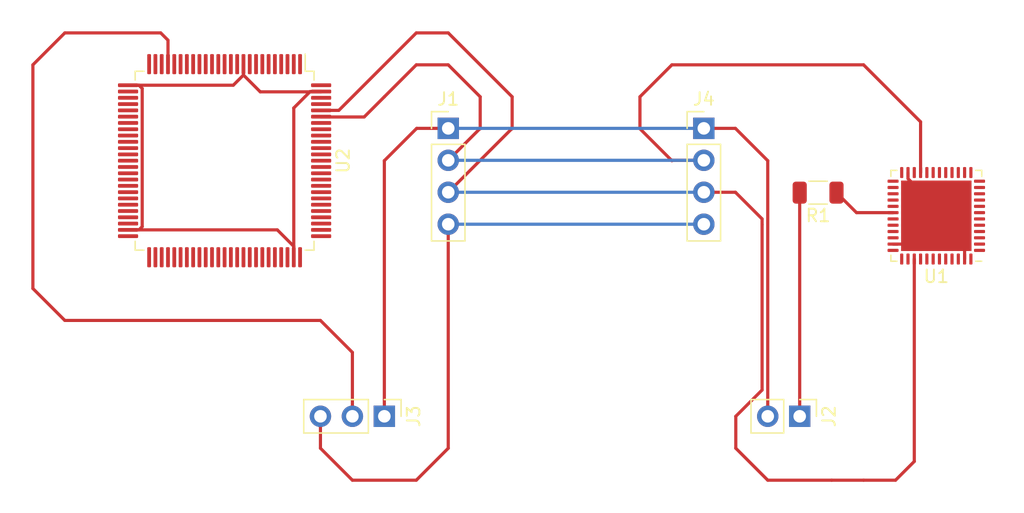
<source format=kicad_pcb>
(kicad_pcb (version 20221018) (generator pcbnew)
  (layers (0 "F.Cu" signal) (31 "B.Cu" signal) (34 "B.Paste" user) (35 "F.Paste" user) (36 "B.SilkS" user "B.Silkscreen") (37 "F.SilkS" user "F.Silkscreen") (38 "B.Mask" user) (39 "F.Mask" user) (44 "Edge.Cuts" user))
  (net 0 "")
  (net 1 "GND")
  (net 2 "/SCL")
  (net 3 "/SDA")
  (net 4 "+5V")
  (net 5 "Net-(J2-Pin_1)")
  (net 6 "/SIGNAL")
  (net 7 "Net-(U1-PA9)")
  (net 29 "unconnected-(U1-VSS-Pad23)")
  (net 59 "unconnected-(U2-VSS-Pad10)")
  (footprint "Connector_PinHeader_2.54mm:PinHeader_1x03_P2.54mm_Vertical" (layer "F.Cu") (at 132.08 91.44 -90)
    (fp_text reference "J3" (at 0 -2.33 90) (layer "F.SilkS"))
    (fp_text value "Conn_01x03")
    (fp_line (start -1.33 -1.33) (end 0 -1.33) (stroke (width 0.12)) (layer "F.SilkS"))
    (fp_line (start -1.33 0) (end -1.33 -1.33) (stroke (width 0.12)) (layer "F.SilkS"))
    (fp_line (start -1.33 1.27) (end -1.33 6.41) (stroke (width 0.12)) (layer "F.SilkS"))
    (fp_line (start -1.33 1.27) (end 1.33 1.27) (stroke (width 0.12)) (layer "F.SilkS"))
    (fp_line (start -1.33 6.41) (end 1.33 6.41) (stroke (width 0.12)) (layer "F.SilkS"))
    (fp_line (start 1.33 1.27) (end 1.33 6.41) (stroke (width 0.12)) (layer "F.SilkS"))
    (pad "1" thru_hole rect (at 0 0 270) (size 1.7 1.7) (drill 1) (layers "*.Cu" "*.Mask") (net 1 "GND"))
    (pad "2" thru_hole oval (at 0 2.54 270) (size 1.7 1.7) (drill 1) (layers "*.Cu" "*.Mask") (net 6 "/SIGNAL"))
    (pad "3" thru_hole oval (at 0 5.08 270) (size 1.7 1.7) (drill 1) (layers "*.Cu" "*.Mask") (net 4 "+5V"))
  )
  (footprint "Connector_PinHeader_2.54mm:PinHeader_1x04_P2.54mm_Vertical" (layer "F.Cu") (at 137.16 68.55)
    (fp_text reference "J1" (at 0 -2.33) (layer "F.SilkS"))
    (fp_text value "Conn_01x04")
    (fp_line (start -1.33 -1.33) (end 0 -1.33) (stroke (width 0.12)) (layer "F.SilkS"))
    (fp_line (start -1.33 0) (end -1.33 -1.33) (stroke (width 0.12)) (layer "F.SilkS"))
    (fp_line (start -1.33 1.27) (end -1.33 8.95) (stroke (width 0.12)) (layer "F.SilkS"))
    (fp_line (start -1.33 1.27) (end 1.33 1.27) (stroke (width 0.12)) (layer "F.SilkS"))
    (fp_line (start -1.33 8.95) (end 1.33 8.95) (stroke (width 0.12)) (layer "F.SilkS"))
    (fp_line (start 1.33 1.27) (end 1.33 8.95) (stroke (width 0.12)) (layer "F.SilkS"))
    (pad "1" thru_hole rect (at 0 0) (size 1.7 1.7) (drill 1) (layers "*.Cu" "*.Mask") (net 1 "GND"))
    (pad "2" thru_hole oval (at 0 2.54) (size 1.7 1.7) (drill 1) (layers "*.Cu" "*.Mask") (net 2 "/SCL"))
    (pad "3" thru_hole oval (at 0 5.08) (size 1.7 1.7) (drill 1) (layers "*.Cu" "*.Mask") (net 3 "/SDA"))
    (pad "4" thru_hole oval (at 0 7.62) (size 1.7 1.7) (drill 1) (layers "*.Cu" "*.Mask") (net 4 "+5V"))
  )
  (footprint "Package_DFN_QFN:QFN-48-1EP_7x7mm_P0.5mm_EP5.6x5.6mm" (layer "F.Cu") (at 175.96 75.5 180)
    (fp_text reference "U1" (at 0 -4.82) (layer "F.SilkS"))
    (fp_text value "STM32F411CEUx")
    (fp_line (start -3.61 3.61) (end -3.61 3.135) (stroke (width 0.12)) (layer "F.SilkS"))
    (fp_line (start -3.135 -3.61) (end -3.61 -3.61) (stroke (width 0.12)) (layer "F.SilkS"))
    (fp_line (start -3.135 3.61) (end -3.61 3.61) (stroke (width 0.12)) (layer "F.SilkS"))
    (fp_line (start 3.135 -3.61) (end 3.61 -3.61) (stroke (width 0.12)) (layer "F.SilkS"))
    (fp_line (start 3.135 3.61) (end 3.61 3.61) (stroke (width 0.12)) (layer "F.SilkS"))
    (fp_line (start 3.61 -3.61) (end 3.61 -3.135) (stroke (width 0.12)) (layer "F.SilkS"))
    (fp_line (start 3.61 3.61) (end 3.61 3.135) (stroke (width 0.12)) (layer "F.SilkS"))
    (pad "1" smd roundrect (at -3.4375 -2.75 180) (size 0.875 0.25) (layers "F.Cu" "F.Paste" "F.Mask"))
    (pad "2" smd roundrect (at -3.4375 -2.25 180) (size 0.875 0.25) (layers "F.Cu" "F.Paste" "F.Mask"))
    (pad "3" smd roundrect (at -3.4375 -1.75 180) (size 0.875 0.25) (layers "F.Cu" "F.Paste" "F.Mask"))
    (pad "4" smd roundrect (at -3.4375 -1.25 180) (size 0.875 0.25) (layers "F.Cu" "F.Paste" "F.Mask"))
    (pad "5" smd roundrect (at -3.4375 -0.75 180) (size 0.875 0.25) (layers "F.Cu" "F.Paste" "F.Mask"))
    (pad "6" smd roundrect (at -3.4375 -0.25 180) (size 0.875 0.25) (layers "F.Cu" "F.Paste" "F.Mask"))
    (pad "7" smd roundrect (at -3.4375 0.25 180) (size 0.875 0.25) (layers "F.Cu" "F.Paste" "F.Mask"))
    (pad "8" smd roundrect (at -3.4375 0.75 180) (size 0.875 0.25) (layers "F.Cu" "F.Paste" "F.Mask"))
    (pad "9" smd roundrect (at -3.4375 1.25 180) (size 0.875 0.25) (layers "F.Cu" "F.Paste" "F.Mask"))
    (pad "10" smd roundrect (at -3.4375 1.75 180) (size 0.875 0.25) (layers "F.Cu" "F.Paste" "F.Mask"))
    (pad "11" smd roundrect (at -3.4375 2.25 180) (size 0.875 0.25) (layers "F.Cu" "F.Paste" "F.Mask"))
    (pad "12" smd roundrect (at -3.4375 2.75 180) (size 0.875 0.25) (layers "F.Cu" "F.Paste" "F.Mask"))
    (pad "13" smd roundrect (at -2.75 3.4375 180) (size 0.25 0.875) (layers "F.Cu" "F.Paste" "F.Mask"))
    (pad "14" smd roundrect (at -2.25 3.4375 180) (size 0.25 0.875) (layers "F.Cu" "F.Paste" "F.Mask"))
    (pad "15" smd roundrect (at -1.75 3.4375 180) (size 0.25 0.875) (layers "F.Cu" "F.Paste" "F.Mask"))
    (pad "16" smd roundrect (at -1.25 3.4375 180) (size 0.25 0.875) (layers "F.Cu" "F.Paste" "F.Mask"))
    (pad "17" smd roundrect (at -0.75 3.4375 180) (size 0.25 0.875) (layers "F.Cu" "F.Paste" "F.Mask"))
    (pad "18" smd roundrect (at -0.25 3.4375 180) (size 0.25 0.875) (layers "F.Cu" "F.Paste" "F.Mask"))
    (pad "19" smd roundrect (at 0.25 3.4375 180) (size 0.25 0.875) (layers "F.Cu" "F.Paste" "F.Mask"))
    (pad "20" smd roundrect (at 0.75 3.4375 180) (size 0.25 0.875) (layers "F.Cu" "F.Paste" "F.Mask"))
    (pad "21" smd roundrect (at 1.25 3.4375 180) (size 0.25 0.875) (layers "F.Cu" "F.Paste" "F.Mask") (net 2 "/SCL"))
    (pad "22" smd roundrect (at 1.75 3.4375 180) (size 0.25 0.875) (layers "F.Cu" "F.Paste" "F.Mask"))
    (pad "23" smd roundrect (at 2.25 3.4375 180) (size 0.25 0.875) (layers "F.Cu" "F.Paste" "F.Mask") (net 29 "unconnected-(U1-VSS-Pad23)"))
    (pad "24" smd roundrect (at 2.75 3.4375 180) (size 0.25 0.875) (layers "F.Cu" "F.Paste" "F.Mask"))
    (pad "25" smd roundrect (at 3.4375 2.75 180) (size 0.875 0.25) (layers "F.Cu" "F.Paste" "F.Mask"))
    (pad "26" smd roundrect (at 3.4375 2.25 180) (size 0.875 0.25) (layers "F.Cu" "F.Paste" "F.Mask"))
    (pad "27" smd roundrect (at 3.4375 1.75 180) (size 0.875 0.25) (layers "F.Cu" "F.Paste" "F.Mask"))
    (pad "28" smd roundrect (at 3.4375 1.25 180) (size 0.875 0.25) (layers "F.Cu" "F.Paste" "F.Mask"))
    (pad "29" smd roundrect (at 3.4375 0.75 180) (size 0.875 0.25) (layers "F.Cu" "F.Paste" "F.Mask"))
    (pad "30" smd roundrect (at 3.4375 0.25 180) (size 0.875 0.25) (layers "F.Cu" "F.Paste" "F.Mask") (net 7 "Net-(U1-PA9)"))
    (pad "31" smd roundrect (at 3.4375 -0.25 180) (size 0.875 0.25) (layers "F.Cu" "F.Paste" "F.Mask"))
    (pad "32" smd roundrect (at 3.4375 -0.75 180) (size 0.875 0.25) (layers "F.Cu" "F.Paste" "F.Mask"))
    (pad "33" smd roundrect (at 3.4375 -1.25 180) (size 0.875 0.25) (layers "F.Cu" "F.Paste" "F.Mask"))
    (pad "34" smd roundrect (at 3.4375 -1.75 180) (size 0.875 0.25) (layers "F.Cu" "F.Paste" "F.Mask"))
    (pad "35" smd roundrect (at 3.4375 -2.25 180) (size 0.875 0.25) (layers "F.Cu" "F.Paste" "F.Mask") (net 29 "unconnected-(U1-VSS-Pad23)"))
    (pad "36" smd roundrect (at 3.4375 -2.75 180) (size 0.875 0.25) (layers "F.Cu" "F.Paste" "F.Mask"))
    (pad "37" smd roundrect (at 2.75 -3.4375 180) (size 0.25 0.875) (layers "F.Cu" "F.Paste" "F.Mask"))
    (pad "38" smd roundrect (at 2.25 -3.4375 180) (size 0.25 0.875) (layers "F.Cu" "F.Paste" "F.Mask"))
    (pad "39" smd roundrect (at 1.75 -3.4375 180) (size 0.25 0.875) (layers "F.Cu" "F.Paste" "F.Mask") (net 3 "/SDA"))
    (pad "40" smd roundrect (at 1.25 -3.4375 180) (size 0.25 0.875) (layers "F.Cu" "F.Paste" "F.Mask"))
    (pad "41" smd roundrect (at 0.75 -3.4375 180) (size 0.25 0.875) (layers "F.Cu" "F.Paste" "F.Mask"))
    (pad "42" smd roundrect (at 0.25 -3.4375 180) (size 0.25 0.875) (layers "F.Cu" "F.Paste" "F.Mask"))
    (pad "43" smd roundrect (at -0.25 -3.4375 180) (size 0.25 0.875) (layers "F.Cu" "F.Paste" "F.Mask"))
    (pad "44" smd roundrect (at -0.75 -3.4375 180) (size 0.25 0.875) (layers "F.Cu" "F.Paste" "F.Mask"))
    (pad "45" smd roundrect (at -1.25 -3.4375 180) (size 0.25 0.875) (layers "F.Cu" "F.Paste" "F.Mask"))
    (pad "46" smd roundrect (at -1.75 -3.4375 180) (size 0.25 0.875) (layers "F.Cu" "F.Paste" "F.Mask"))
    (pad "47" smd roundrect (at -2.25 -3.4375 180) (size 0.25 0.875) (layers "F.Cu" "F.Paste" "F.Mask") (net 29 "unconnected-(U1-VSS-Pad23)"))
    (pad "48" smd roundrect (at -2.75 -3.4375 180) (size 0.25 0.875) (layers "F.Cu" "F.Paste" "F.Mask") (net 7 "Net-(U1-PA9)"))
    (pad "49" smd rect (at 0 0 180) (size 5.6 5.6) (layers "F.Cu" "F.Mask") (net 29 "unconnected-(U1-VSS-Pad23)"))
  )
  (footprint "Resistor_SMD:R_1206_3216Metric" (layer "F.Cu") (at 166.5625 73.66 180)
    (fp_text reference "R1" (at 0 -1.82) (layer "F.SilkS"))
    (fp_text value "10K")
    (fp_line (start -0.727064 -0.91) (end 0.727064 -0.91) (stroke (width 0.12)) (layer "F.SilkS"))
    (fp_line (start -0.727064 0.91) (end 0.727064 0.91) (stroke (width 0.12)) (layer "F.SilkS"))
    (pad "1" smd roundrect (at -1.4625 0 180) (size 1.125 1.75) (layers "F.Cu" "F.Paste" "F.Mask") (roundrect_rratio 0.222222) (net 7 "Net-(U1-PA9)"))
    (pad "2" smd roundrect (at 1.4625 0 180) (size 1.125 1.75) (layers "F.Cu" "F.Paste" "F.Mask") (roundrect_rratio 0.222222) (net 5 "Net-(J2-Pin_1)"))
  )
  (footprint "Connector_PinHeader_2.54mm:PinHeader_1x02_P2.54mm_Vertical" (layer "F.Cu") (at 165.1 91.44 -90)
    (fp_text reference "J2" (at 0 -2.33 90) (layer "F.SilkS"))
    (fp_text value "Conn_01x02")
    (fp_line (start -1.33 -1.33) (end 0 -1.33) (stroke (width 0.12)) (layer "F.SilkS"))
    (fp_line (start -1.33 0) (end -1.33 -1.33) (stroke (width 0.12)) (layer "F.SilkS"))
    (fp_line (start -1.33 1.27) (end -1.33 3.87) (stroke (width 0.12)) (layer "F.SilkS"))
    (fp_line (start -1.33 1.27) (end 1.33 1.27) (stroke (width 0.12)) (layer "F.SilkS"))
    (fp_line (start -1.33 3.87) (end 1.33 3.87) (stroke (width 0.12)) (layer "F.SilkS"))
    (fp_line (start 1.33 1.27) (end 1.33 3.87) (stroke (width 0.12)) (layer "F.SilkS"))
    (pad "1" thru_hole rect (at 0 0 270) (size 1.7 1.7) (drill 1) (layers "*.Cu" "*.Mask") (net 5 "Net-(J2-Pin_1)"))
    (pad "2" thru_hole oval (at 0 2.54 270) (size 1.7 1.7) (drill 1) (layers "*.Cu" "*.Mask") (net 1 "GND"))
  )
  (footprint "Package_QFP:LQFP-100_14x14mm_P0.5mm" (layer "F.Cu") (at 119.38 71.12 -90)
    (fp_text reference "U2" (at 0 -9.42 90) (layer "F.SilkS"))
    (fp_text value "STM32H750VBTx")
    (fp_line (start -7.11 -7.11) (end -7.11 -6.41) (stroke (width 0.12)) (layer "F.SilkS"))
    (fp_line (start -7.11 -6.41) (end -8.475 -6.41) (stroke (width 0.12)) (layer "F.SilkS"))
    (fp_line (start -7.11 7.11) (end -7.11 6.41) (stroke (width 0.12)) (layer "F.SilkS"))
    (fp_line (start -6.41 -7.11) (end -7.11 -7.11) (stroke (width 0.12)) (layer "F.SilkS"))
    (fp_line (start -6.41 7.11) (end -7.11 7.11) (stroke (width 0.12)) (layer "F.SilkS"))
    (fp_line (start 6.41 -7.11) (end 7.11 -7.11) (stroke (width 0.12)) (layer "F.SilkS"))
    (fp_line (start 6.41 7.11) (end 7.11 7.11) (stroke (width 0.12)) (layer "F.SilkS"))
    (fp_line (start 7.11 -7.11) (end 7.11 -6.41) (stroke (width 0.12)) (layer "F.SilkS"))
    (fp_line (start 7.11 7.11) (end 7.11 6.41) (stroke (width 0.12)) (layer "F.SilkS"))
    (pad "1" smd roundrect (at -7.675 -6 270) (size 1.6 0.3) (layers "F.Cu" "F.Paste" "F.Mask"))
    (pad "2" smd roundrect (at -7.675 -5.5 270) (size 1.6 0.3) (layers "F.Cu" "F.Paste" "F.Mask"))
    (pad "3" smd roundrect (at -7.675 -5 270) (size 1.6 0.3) (layers "F.Cu" "F.Paste" "F.Mask"))
    (pad "4" smd roundrect (at -7.675 -4.5 270) (size 1.6 0.3) (layers "F.Cu" "F.Paste" "F.Mask"))
    (pad "5" smd roundrect (at -7.675 -4 270) (size 1.6 0.3) (layers "F.Cu" "F.Paste" "F.Mask"))
    (pad "6" smd roundrect (at -7.675 -3.5 270) (size 1.6 0.3) (layers "F.Cu" "F.Paste" "F.Mask"))
    (pad "7" smd roundrect (at -7.675 -3 270) (size 1.6 0.3) (layers "F.Cu" "F.Paste" "F.Mask"))
    (pad "8" smd roundrect (at -7.675 -2.5 270) (size 1.6 0.3) (layers "F.Cu" "F.Paste" "F.Mask"))
    (pad "9" smd roundrect (at -7.675 -2 270) (size 1.6 0.3) (layers "F.Cu" "F.Paste" "F.Mask"))
    (pad "10" smd roundrect (at -7.675 -1.5 270) (size 1.6 0.3) (layers "F.Cu" "F.Paste" "F.Mask") (net 59 "unconnected-(U2-VSS-Pad10)"))
    (pad "11" smd roundrect (at -7.675 -1 270) (size 1.6 0.3) (layers "F.Cu" "F.Paste" "F.Mask"))
    (pad "12" smd roundrect (at -7.675 -0.5 270) (size 1.6 0.3) (layers "F.Cu" "F.Paste" "F.Mask"))
    (pad "13" smd roundrect (at -7.675 0 270) (size 1.6 0.3) (layers "F.Cu" "F.Paste" "F.Mask"))
    (pad "14" smd roundrect (at -7.675 0.5 270) (size 1.6 0.3) (layers "F.Cu" "F.Paste" "F.Mask"))
    (pad "15" smd roundrect (at -7.675 1 270) (size 1.6 0.3) (layers "F.Cu" "F.Paste" "F.Mask"))
    (pad "16" smd roundrect (at -7.675 1.5 270) (size 1.6 0.3) (layers "F.Cu" "F.Paste" "F.Mask"))
    (pad "17" smd roundrect (at -7.675 2 270) (size 1.6 0.3) (layers "F.Cu" "F.Paste" "F.Mask"))
    (pad "18" smd roundrect (at -7.675 2.5 270) (size 1.6 0.3) (layers "F.Cu" "F.Paste" "F.Mask"))
    (pad "19" smd roundrect (at -7.675 3 270) (size 1.6 0.3) (layers "F.Cu" "F.Paste" "F.Mask"))
    (pad "20" smd roundrect (at -7.675 3.5 270) (size 1.6 0.3) (layers "F.Cu" "F.Paste" "F.Mask"))
    (pad "21" smd roundrect (at -7.675 4 270) (size 1.6 0.3) (layers "F.Cu" "F.Paste" "F.Mask"))
    (pad "22" smd roundrect (at -7.675 4.5 270) (size 1.6 0.3) (layers "F.Cu" "F.Paste" "F.Mask") (net 6 "/SIGNAL"))
    (pad "23" smd roundrect (at -7.675 5 270) (size 1.6 0.3) (layers "F.Cu" "F.Paste" "F.Mask"))
    (pad "24" smd roundrect (at -7.675 5.5 270) (size 1.6 0.3) (layers "F.Cu" "F.Paste" "F.Mask"))
    (pad "25" smd roundrect (at -7.675 6 270) (size 1.6 0.3) (layers "F.Cu" "F.Paste" "F.Mask"))
    (pad "26" smd roundrect (at -6 7.675 270) (size 0.3 1.6) (layers "F.Cu" "F.Paste" "F.Mask") (net 59 "unconnected-(U2-VSS-Pad10)"))
    (pad "27" smd roundrect (at -5.5 7.675 270) (size 0.3 1.6) (layers "F.Cu" "F.Paste" "F.Mask"))
    (pad "28" smd roundrect (at -5 7.675 270) (size 0.3 1.6) (layers "F.Cu" "F.Paste" "F.Mask"))
    (pad "29" smd roundrect (at -4.5 7.675 270) (size 0.3 1.6) (layers "F.Cu" "F.Paste" "F.Mask"))
    (pad "30" smd roundrect (at -4 7.675 270) (size 0.3 1.6) (layers "F.Cu" "F.Paste" "F.Mask"))
    (pad "31" smd roundrect (at -3.5 7.675 270) (size 0.3 1.6) (layers "F.Cu" "F.Paste" "F.Mask"))
    (pad "32" smd roundrect (at -3 7.675 270) (size 0.3 1.6) (layers "F.Cu" "F.Paste" "F.Mask"))
    (pad "33" smd roundrect (at -2.5 7.675 270) (size 0.3 1.6) (layers "F.Cu" "F.Paste" "F.Mask"))
    (pad "34" smd roundrect (at -2 7.675 270) (size 0.3 1.6) (layers "F.Cu" "F.Paste" "F.Mask"))
    (pad "35" smd roundrect (at -1.5 7.675 270) (size 0.3 1.6) (layers "F.Cu" "F.Paste" "F.Mask"))
    (pad "36" smd roundrect (at -1 7.675 270) (size 0.3 1.6) (layers "F.Cu" "F.Paste" "F.Mask"))
    (pad "37" smd roundrect (at -0.5 7.675 270) (size 0.3 1.6) (layers "F.Cu" "F.Paste" "F.Mask"))
    (pad "38" smd roundrect (at 0 7.675 270) (size 0.3 1.6) (layers "F.Cu" "F.Paste" "F.Mask"))
    (pad "39" smd roundrect (at 0.5 7.675 270) (size 0.3 1.6) (layers "F.Cu" "F.Paste" "F.Mask"))
    (pad "40" smd roundrect (at 1 7.675 270) (size 0.3 1.6) (layers "F.Cu" "F.Paste" "F.Mask"))
    (pad "41" smd roundrect (at 1.5 7.675 270) (size 0.3 1.6) (layers "F.Cu" "F.Paste" "F.Mask"))
    (pad "42" smd roundrect (at 2 7.675 270) (size 0.3 1.6) (layers "F.Cu" "F.Paste" "F.Mask"))
    (pad "43" smd roundrect (at 2.5 7.675 270) (size 0.3 1.6) (layers "F.Cu" "F.Paste" "F.Mask"))
    (pad "44" smd roundrect (at 3 7.675 270) (size 0.3 1.6) (layers "F.Cu" "F.Paste" "F.Mask"))
    (pad "45" smd roundrect (at 3.5 7.675 270) (size 0.3 1.6) (layers "F.Cu" "F.Paste" "F.Mask"))
    (pad "46" smd roundrect (at 4 7.675 270) (size 0.3 1.6) (layers "F.Cu" "F.Paste" "F.Mask"))
    (pad "47" smd roundrect (at 4.5 7.675 270) (size 0.3 1.6) (layers "F.Cu" "F.Paste" "F.Mask"))
    (pad "48" smd roundrect (at 5 7.675 270) (size 0.3 1.6) (layers "F.Cu" "F.Paste" "F.Mask"))
    (pad "49" smd roundrect (at 5.5 7.675 270) (size 0.3 1.6) (layers "F.Cu" "F.Paste" "F.Mask") (net 59 "unconnected-(U2-VSS-Pad10)"))
    (pad "50" smd roundrect (at 6 7.675 270) (size 0.3 1.6) (layers "F.Cu" "F.Paste" "F.Mask"))
    (pad "51" smd roundrect (at 7.675 6 270) (size 1.6 0.3) (layers "F.Cu" "F.Paste" "F.Mask"))
    (pad "52" smd roundrect (at 7.675 5.5 270) (size 1.6 0.3) (layers "F.Cu" "F.Paste" "F.Mask"))
    (pad "53" smd roundrect (at 7.675 5 270) (size 1.6 0.3) (layers "F.Cu" "F.Paste" "F.Mask"))
    (pad "54" smd roundrect (at 7.675 4.5 270) (size 1.6 0.3) (layers "F.Cu" "F.Paste" "F.Mask"))
    (pad "55" smd roundrect (at 7.675 4 270) (size 1.6 0.3) (layers "F.Cu" "F.Paste" "F.Mask"))
    (pad "56" smd roundrect (at 7.675 3.5 270) (size 1.6 0.3) (layers "F.Cu" "F.Paste" "F.Mask"))
    (pad "57" smd roundrect (at 7.675 3 270) (size 1.6 0.3) (layers "F.Cu" "F.Paste" "F.Mask"))
    (pad "58" smd roundrect (at 7.675 2.5 270) (size 1.6 0.3) (layers "F.Cu" "F.Paste" "F.Mask"))
    (pad "59" smd roundrect (at 7.675 2 270) (size 1.6 0.3) (layers "F.Cu" "F.Paste" "F.Mask"))
    (pad "60" smd roundrect (at 7.675 1.5 270) (size 1.6 0.3) (layers "F.Cu" "F.Paste" "F.Mask"))
    (pad "61" smd roundrect (at 7.675 1 270) (size 1.6 0.3) (layers "F.Cu" "F.Paste" "F.Mask"))
    (pad "62" smd roundrect (at 7.675 0.5 270) (size 1.6 0.3) (layers "F.Cu" "F.Paste" "F.Mask"))
    (pad "63" smd roundrect (at 7.675 0 270) (size 1.6 0.3) (layers "F.Cu" "F.Paste" "F.Mask"))
    (pad "64" smd roundrect (at 7.675 -0.5 270) (size 1.6 0.3) (layers "F.Cu" "F.Paste" "F.Mask"))
    (pad "65" smd roundrect (at 7.675 -1 270) (size 1.6 0.3) (layers "F.Cu" "F.Paste" "F.Mask"))
    (pad "66" smd roundrect (at 7.675 -1.5 270) (size 1.6 0.3) (layers "F.Cu" "F.Paste" "F.Mask"))
    (pad "67" smd roundrect (at 7.675 -2 270) (size 1.6 0.3) (layers "F.Cu" "F.Paste" "F.Mask"))
    (pad "68" smd roundrect (at 7.675 -2.5 270) (size 1.6 0.3) (layers "F.Cu" "F.Paste" "F.Mask"))
    (pad "69" smd roundrect (at 7.675 -3 270) (size 1.6 0.3) (layers "F.Cu" "F.Paste" "F.Mask"))
    (pad "70" smd roundrect (at 7.675 -3.5 270) (size 1.6 0.3) (layers "F.Cu" "F.Paste" "F.Mask"))
    (pad "71" smd roundrect (at 7.675 -4 270) (size 1.6 0.3) (layers "F.Cu" "F.Paste" "F.Mask"))
    (pad "72" smd roundrect (at 7.675 -4.5 270) (size 1.6 0.3) (layers "F.Cu" "F.Paste" "F.Mask"))
    (pad "73" smd roundrect (at 7.675 -5 270) (size 1.6 0.3) (layers "F.Cu" "F.Paste" "F.Mask"))
    (pad "74" smd roundrect (at 7.675 -5.5 270) (size 1.6 0.3) (layers "F.Cu" "F.Paste" "F.Mask") (net 59 "unconnected-(U2-VSS-Pad10)"))
    (pad "75" smd roundrect (at 7.675 -6 270) (size 1.6 0.3) (layers "F.Cu" "F.Paste" "F.Mask"))
    (pad "76" smd roundrect (at 6 -7.675 270) (size 0.3 1.6) (layers "F.Cu" "F.Paste" "F.Mask"))
    (pad "77" smd roundrect (at 5.5 -7.675 270) (size 0.3 1.6) (layers "F.Cu" "F.Paste" "F.Mask"))
    (pad "78" smd roundrect (at 5 -7.675 270) (size 0.3 1.6) (layers "F.Cu" "F.Paste" "F.Mask"))
    (pad "79" smd roundrect (at 4.5 -7.675 270) (size 0.3 1.6) (layers "F.Cu" "F.Paste" "F.Mask"))
    (pad "80" smd roundrect (at 4 -7.675 270) (size 0.3 1.6) (layers "F.Cu" "F.Paste" "F.Mask"))
    (pad "81" smd roundrect (at 3.5 -7.675 270) (size 0.3 1.6) (layers "F.Cu" "F.Paste" "F.Mask"))
    (pad "82" smd roundrect (at 3 -7.675 270) (size 0.3 1.6) (layers "F.Cu" "F.Paste" "F.Mask"))
    (pad "83" smd roundrect (at 2.5 -7.675 270) (size 0.3 1.6) (layers "F.Cu" "F.Paste" "F.Mask"))
    (pad "84" smd roundrect (at 2 -7.675 270) (size 0.3 1.6) (layers "F.Cu" "F.Paste" "F.Mask"))
    (pad "85" smd roundrect (at 1.5 -7.675 270) (size 0.3 1.6) (layers "F.Cu" "F.Paste" "F.Mask"))
    (pad "86" smd roundrect (at 1 -7.675 270) (size 0.3 1.6) (layers "F.Cu" "F.Paste" "F.Mask"))
    (pad "87" smd roundrect (at 0.5 -7.675 270) (size 0.3 1.6) (layers "F.Cu" "F.Paste" "F.Mask"))
    (pad "88" smd roundrect (at 0 -7.675 270) (size 0.3 1.6) (layers "F.Cu" "F.Paste" "F.Mask"))
    (pad "89" smd roundrect (at -0.5 -7.675 270) (size 0.3 1.6) (layers "F.Cu" "F.Paste" "F.Mask"))
    (pad "90" smd roundrect (at -1 -7.675 270) (size 0.3 1.6) (layers "F.Cu" "F.Paste" "F.Mask"))
    (pad "91" smd roundrect (at -1.5 -7.675 270) (size 0.3 1.6) (layers "F.Cu" "F.Paste" "F.Mask"))
    (pad "92" smd roundrect (at -2 -7.675 270) (size 0.3 1.6) (layers "F.Cu" "F.Paste" "F.Mask"))
    (pad "93" smd roundrect (at -2.5 -7.675 270) (size 0.3 1.6) (layers "F.Cu" "F.Paste" "F.Mask"))
    (pad "94" smd roundrect (at -3 -7.675 270) (size 0.3 1.6) (layers "F.Cu" "F.Paste" "F.Mask"))
    (pad "95" smd roundrect (at -3.5 -7.675 270) (size 0.3 1.6) (layers "F.Cu" "F.Paste" "F.Mask") (net 2 "/SCL"))
    (pad "96" smd roundrect (at -4 -7.675 270) (size 0.3 1.6) (layers "F.Cu" "F.Paste" "F.Mask") (net 3 "/SDA"))
    (pad "97" smd roundrect (at -4.5 -7.675 270) (size 0.3 1.6) (layers "F.Cu" "F.Paste" "F.Mask"))
    (pad "98" smd roundrect (at -5 -7.675 270) (size 0.3 1.6) (layers "F.Cu" "F.Paste" "F.Mask"))
    (pad "99" smd roundrect (at -5.5 -7.675 270) (size 0.3 1.6) (layers "F.Cu" "F.Paste" "F.Mask") (net 59 "unconnected-(U2-VSS-Pad10)"))
    (pad "100" smd roundrect (at -6 -7.675 270) (size 0.3 1.6) (layers "F.Cu" "F.Paste" "F.Mask"))
  )
  (footprint "Connector_PinHeader_2.54mm:PinHeader_1x04_P2.54mm_Vertical" (layer "F.Cu") (at 157.48 68.55)
    (fp_text reference "J4" (at 0 -2.33) (layer "F.SilkS"))
    (fp_text value "Conn_01x04")
    (fp_line (start -1.33 -1.33) (end 0 -1.33) (stroke (width 0.12)) (layer "F.SilkS"))
    (fp_line (start -1.33 0) (end -1.33 -1.33) (stroke (width 0.12)) (layer "F.SilkS"))
    (fp_line (start -1.33 1.27) (end -1.33 8.95) (stroke (width 0.12)) (layer "F.SilkS"))
    (fp_line (start -1.33 1.27) (end 1.33 1.27) (stroke (width 0.12)) (layer "F.SilkS"))
    (fp_line (start -1.33 8.95) (end 1.33 8.95) (stroke (width 0.12)) (layer "F.SilkS"))
    (fp_line (start 1.33 1.27) (end 1.33 8.95) (stroke (width 0.12)) (layer "F.SilkS"))
    (pad "1" thru_hole rect (at 0 0) (size 1.7 1.7) (drill 1) (layers "*.Cu" "*.Mask") (net 1 "GND"))
    (pad "2" thru_hole oval (at 0 2.54) (size 1.7 1.7) (drill 1) (layers "*.Cu" "*.Mask") (net 2 "/SCL"))
    (pad "3" thru_hole oval (at 0 5.08) (size 1.7 1.7) (drill 1) (layers "*.Cu" "*.Mask") (net 3 "/SDA"))
    (pad "4" thru_hole oval (at 0 7.62) (size 1.7 1.7) (drill 1) (layers "*.Cu" "*.Mask") (net 4 "+5V"))
  )
  (segment (start 134.65 68.55) (end 137.16 68.55) (width 0.25) (layer "F.Cu") (net 1))
  (segment (start 132.08 91.44) (end 132.08 71.12) (width 0.25) (layer "F.Cu") (net 1))
  (segment (start 159.99 68.55) (end 157.48 68.55) (width 0.25) (layer "F.Cu") (net 1))
  (segment (start 132.08 71.12) (end 134.65 68.55) (width 0.25) (layer "F.Cu") (net 1))
  (segment (start 162.56 71.12) (end 159.99 68.55) (width 0.25) (layer "F.Cu") (net 1))
  (segment (start 162.56 91.44) (end 162.56 71.12) (width 0.25) (layer "F.Cu") (net 1))
  (segment (start 157.48 68.55) (end 137.16 68.55) (width 0.25) (layer "B.Cu") (net 1))
  (segment (start 139.7 68.58) (end 139.7 66.04) (width 0.25) (layer "F.Cu") (net 2))
  (segment (start 154.94 71.12) (end 154.97 71.09) (width 0.25) (layer "F.Cu") (net 2))
  (segment (start 154.97 71.09) (end 157.48 71.09) (width 0.25) (layer "F.Cu") (net 2))
  (segment (start 130.475 67.645) (end 127 67.645) (width 0.25) (layer "F.Cu") (net 2))
  (segment (start 132.08 66.04) (end 130.475 67.645) (width 0.25) (layer "F.Cu") (net 2))
  (segment (start 139.7 66.04) (end 137.16 63.5) (width 0.25) (layer "F.Cu") (net 2))
  (segment (start 137.16 63.5) (end 134.62 63.5) (width 0.25) (layer "F.Cu") (net 2))
  (segment (start 137.16 71.09) (end 139.67 68.58) (width 0.25) (layer "F.Cu") (net 2))
  (segment (start 154.94 63.5) (end 152.4 66.04) (width 0.25) (layer "F.Cu") (net 2))
  (segment (start 134.62 63.5) (end 132.08 66.04) (width 0.25) (layer "F.Cu") (net 2))
  (segment (start 152.4 66.04) (end 152.4 68.58) (width 0.25) (layer "F.Cu") (net 2))
  (segment (start 174.71 72.0625) (end 174.71 68.03) (width 0.25) (layer "F.Cu") (net 2))
  (segment (start 152.4 68.58) (end 154.94 71.12) (width 0.25) (layer "F.Cu") (net 2))
  (segment (start 174.71 68.03) (end 170.18 63.5) (width 0.25) (layer "F.Cu") (net 2))
  (segment (start 170.18 63.5) (end 154.94 63.5) (width 0.25) (layer "F.Cu") (net 2))
  (segment (start 139.67 68.58) (end 139.7 68.58) (width 0.25) (layer "F.Cu") (net 2))
  (segment (start 157.48 71.09) (end 137.16 71.09) (width 0.25) (layer "B.Cu") (net 2))
  (segment (start 142.21 68.58) (end 142.24 68.58) (width 0.25) (layer "F.Cu") (net 3))
  (segment (start 162.11 75.75) (end 162.11 76.2) (width 0.25) (layer "F.Cu") (net 3))
  (segment (start 160.02 91.44) (end 160.02 93.98) (width 0.25) (layer "F.Cu") (net 3))
  (segment (start 137.16 73.63) (end 142.21 68.58) (width 0.25) (layer "F.Cu") (net 3))
  (segment (start 162.56 96.52) (end 167.64 96.52) (width 0.25) (layer "F.Cu") (net 3))
  (segment (start 174.21 95.03) (end 172.72 96.52) (width 0.25) (layer "F.Cu") (net 3))
  (segment (start 142.24 66.04) (end 137.16 60.96) (width 0.25) (layer "F.Cu") (net 3))
  (segment (start 174.21 78.9375) (end 174.21 95.03) (width 0.25) (layer "F.Cu") (net 3))
  (segment (start 172.72 96.52) (end 170.18 96.52) (width 0.25) (layer "F.Cu") (net 3))
  (segment (start 160.02 73.66) (end 162.11 75.75) (width 0.25) (layer "F.Cu") (net 3))
  (segment (start 134.62 60.96) (end 128.46 67.12) (width 0.25) (layer "F.Cu") (net 3))
  (segment (start 142.24 68.58) (end 142.24 66.04) (width 0.25) (layer "F.Cu") (net 3))
  (segment (start 160.02 93.98) (end 162.56 96.52) (width 0.25) (layer "F.Cu") (net 3))
  (segment (start 128.46 67.12) (end 127.055 67.12) (width 0.25) (layer "F.Cu") (net 3))
  (segment (start 159.99 73.63) (end 160.02 73.66) (width 0.25) (layer "F.Cu") (net 3))
  (segment (start 167.64 96.52) (end 170.18 96.52) (width 0.25) (layer "F.Cu") (net 3))
  (segment (start 162.11 89.35) (end 160.02 91.44) (width 0.25) (layer "F.Cu") (net 3))
  (segment (start 137.16 60.96) (end 134.62 60.96) (width 0.25) (layer "F.Cu") (net 3))
  (segment (start 157.48 73.63) (end 159.99 73.63) (width 0.25) (layer "F.Cu") (net 3))
  (segment (start 162.11 76.2) (end 162.11 89.35) (width 0.25) (layer "F.Cu") (net 3))
  (segment (start 157.48 73.63) (end 137.16 73.63) (width 0.25) (layer "B.Cu") (net 3))
  (segment (start 129.54 96.52) (end 134.62 96.52) (width 0.25) (layer "F.Cu") (net 4))
  (segment (start 134.62 96.52) (end 137.16 93.98) (width 0.25) (layer "F.Cu") (net 4))
  (segment (start 137.16 93.98) (end 137.16 76.17) (width 0.25) (layer "F.Cu") (net 4))
  (segment (start 127 93.98) (end 129.54 96.52) (width 0.25) (layer "F.Cu") (net 4))
  (segment (start 127 91.44) (end 127 93.98) (width 0.25) (layer "F.Cu") (net 4))
  (segment (start 157.48 76.17) (end 137.16 76.17) (width 0.25) (layer "B.Cu") (net 4))
  (segment (start 165.1 73.66) (end 165.1 91.44) (width 0.25) (layer "F.Cu") (net 5))
  (segment (start 129.54 91.44) (end 129.54 86.36) (width 0.25) (layer "F.Cu") (net 6))
  (segment (start 104.14 81.28) (end 104.14 63.5) (width 0.25) (layer "F.Cu") (net 6))
  (segment (start 106.68 60.96) (end 114.3 60.96) (width 0.25) (layer "F.Cu") (net 6))
  (segment (start 114.3 60.96) (end 114.88 61.54) (width 0.25) (layer "F.Cu") (net 6))
  (segment (start 104.14 63.5) (end 106.68 60.96) (width 0.25) (layer "F.Cu") (net 6))
  (segment (start 129.54 86.36) (end 127 83.82) (width 0.25) (layer "F.Cu") (net 6))
  (segment (start 114.88 61.54) (end 114.88 63.445) (width 0.25) (layer "F.Cu") (net 6))
  (segment (start 127 83.82) (end 106.68 83.82) (width 0.25) (layer "F.Cu") (net 6))
  (segment (start 106.68 83.82) (end 104.14 81.28) (width 0.25) (layer "F.Cu") (net 6))
  (segment (start 169.615 75.25) (end 168.025 73.66) (width 0.25) (layer "F.Cu") (net 7))
  (segment (start 172.5225 75.25) (end 169.615 75.25) (width 0.25) (layer "F.Cu") (net 7))
  (segment (start 178.21 78.9375) (end 178.21 77.048008) (width 0.25) (layer "F.Cu") (net 29))
  (segment (start 172.5225 77.75) (end 173.71 77.75) (width 0.25) (layer "F.Cu") (net 29))
  (segment (start 173.71 72.548008) (end 173.71 72.0625) (width 0.25) (layer "F.Cu") (net 29))
  (segment (start 178.21 77.048008) (end 173.71 72.548008) (width 0.25) (layer "F.Cu") (net 29))
  (segment (start 173.71 77.75) (end 175.96 75.5) (width 0.25) (layer "F.Cu") (net 29))
  (segment (start 111.705 65.12) (end 120.070685 65.12) (width 0.25) (layer "F.Cu") (net 59))
  (segment (start 123.570685 76.62) (end 124.88 77.929315) (width 0.25) (layer "F.Cu") (net 59))
  (segment (start 126.189315 65.62) (end 124.88 66.929315) (width 0.25) (layer "F.Cu") (net 59))
  (segment (start 120.88 64.310685) (end 120.88 63.445) (width 0.25) (layer "F.Cu") (net 59))
  (segment (start 111.705 76.62) (end 123.570685 76.62) (width 0.25) (layer "F.Cu") (net 59))
  (segment (start 127.055 65.62) (end 126.189315 65.62) (width 0.25) (layer "F.Cu") (net 59))
  (segment (start 112.570685 65.12) (end 112.83 65.379315) (width 0.25) (layer "F.Cu") (net 59))
  (segment (start 122.214315 65.645) (end 127.03 65.645) (width 0.25) (layer "F.Cu") (net 59))
  (segment (start 120.88 64.310685) (end 122.214315 65.645) (width 0.25) (layer "F.Cu") (net 59))
  (segment (start 112.83 65.379315) (end 112.83 76.360685) (width 0.25) (layer "F.Cu") (net 59))
  (segment (start 111.705 65.12) (end 112.570685 65.12) (width 0.25) (layer "F.Cu") (net 59))
  (segment (start 127.03 65.645) (end 127.055 65.62) (width 0.25) (layer "F.Cu") (net 59))
  (segment (start 120.070685 65.12) (end 120.88 64.310685) (width 0.25) (layer "F.Cu") (net 59))
  (segment (start 112.570685 76.62) (end 111.705 76.62) (width 0.25) (layer "F.Cu") (net 59))
  (segment (start 112.83 76.360685) (end 112.570685 76.62) (width 0.25) (layer "F.Cu") (net 59))
  (segment (start 124.88 66.929315) (end 124.88 78.795) (width 0.25) (layer "F.Cu") (net 59))
  (segment (start 124.88 77.929315) (end 124.88 78.795) (width 0.25) (layer "F.Cu") (net 59))
)
</source>
